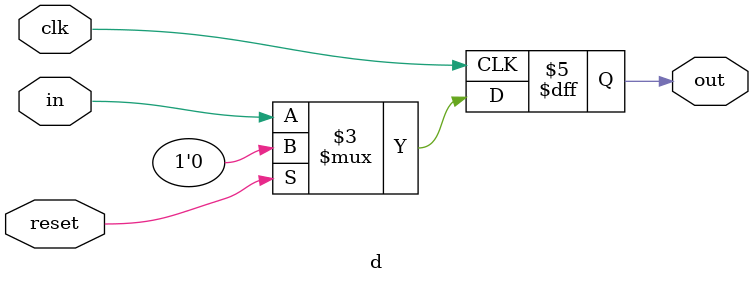
<source format=v>
module piso(input clk, input reset, input load, input[3:0] in, output reg[3:0] out,output reg out_series);
  
  always @(posedge clk) 
    begin
      if(reset)
        out<=4'b0000;
      else if (load)
        out<=in;
      else
        begin

          out_series<= out[0];
          out[3:0]<= {1'b0, out[3:1]};
        end
      

    end
  
endmodule

module d(input clk, input reset, input in, output reg out);
  always @(posedge clk)
    begin 
      if(reset)
        out<= 1'b0;
      else
        out<=in;
      
    end
endmodule

</source>
